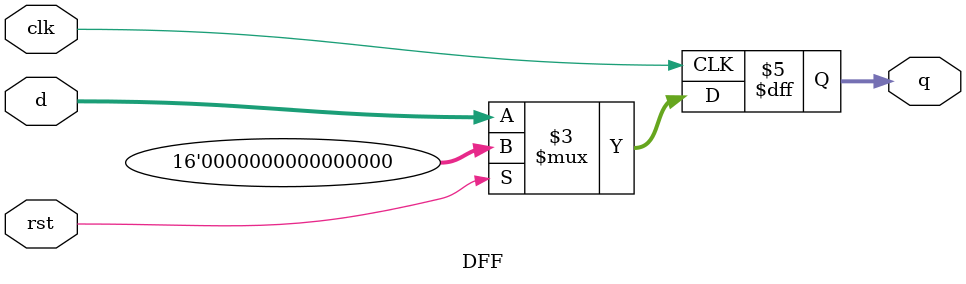
<source format=v>
module DF4T_FIR(o2,h0,clk,rst);

    output [18:0] o2;
    input  [15:0] h0;
    input  clk, rst;
    wire [15:0] h1,h2,h3;       // signal passed D flip-flop
    wire [18:0] x0,x1,x2,x3;    // signal passed multiplexer
    wire [18:0] o0,o1,o2;       // signal passed adder

    parameter A = 3'b001,
              B = 3'b010,
              C = 3'b011,
              D = 3'b100;
    
    
    DFF   dff0(h1,h0,clk,rst);
    DFF   dff1(h2,h1,clk,rst);
    DFF   dff2(h3,h2,clk,rst);

    multi mul0(x0,h0,A);
    multi mul1(x1,h1,B);
    multi mul2(x2,h2,C);
    multi mul3(x3,h3,D);

    adder add0(o0,x0,x1);
    adder add1(o1,o0,x2);
    adder add2(o2,o1,x3);
    

endmodule

module multi(z,x,y);            // multiplexer

    output [18:0] z;
    input  [15:0] x;
    input  [2:0]  y;
    wire   [18:0] z;

    assign z = x * y;

endmodule


module adder(c,a,b);            // adder

    output [18:0] c;
    input  [18:0] a,b;
    wire   [18:0] c;

    assign c = a + b;

endmodule

module DFF (q, d, clk, rst);    // D flip-flop

    output reg [15:0] q;
    input  [15:0] d;
    input  clk, rst;

    always@(posedge clk)begin
        if(rst)
            q <= 16'b0;
        else
            q <= d; 
    end
    
endmodule
</source>
